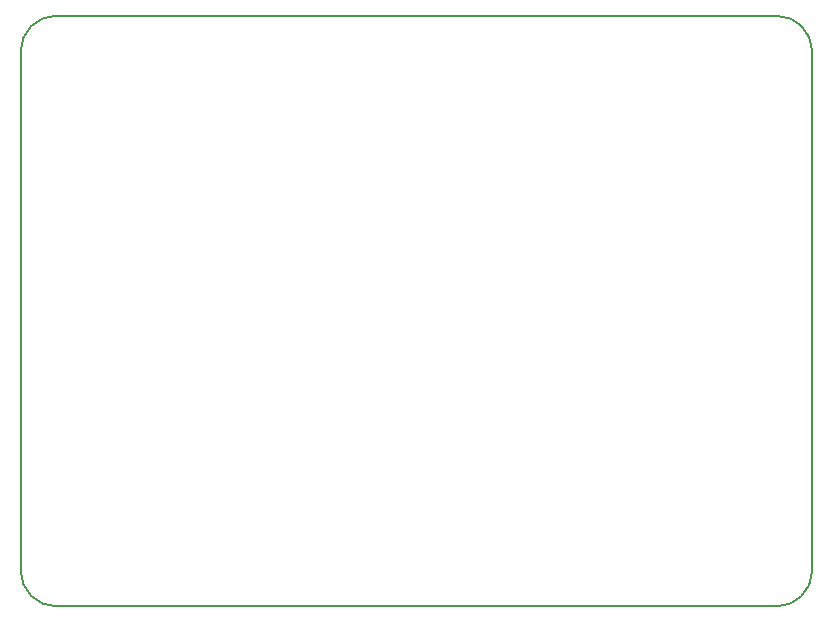
<source format=gbr>
G04 #@! TF.GenerationSoftware,KiCad,Pcbnew,(5.1.2)-1*
G04 #@! TF.CreationDate,2019-06-29T05:03:23+09:00*
G04 #@! TF.ProjectId,stm32f4_board_test,73746d33-3266-4345-9f62-6f6172645f74,rev?*
G04 #@! TF.SameCoordinates,Original*
G04 #@! TF.FileFunction,Profile,NP*
%FSLAX46Y46*%
G04 Gerber Fmt 4.6, Leading zero omitted, Abs format (unit mm)*
G04 Created by KiCad (PCBNEW (5.1.2)-1) date 2019-06-29 05:03:23*
%MOMM*%
%LPD*%
G04 APERTURE LIST*
%ADD10C,0.150000*%
G04 APERTURE END LIST*
D10*
X67000000Y-3000000D02*
X67000000Y-47000000D01*
X3000000Y0D02*
X64000000Y0D01*
X0Y-47000000D02*
X0Y-3000000D01*
X64000000Y-50000000D02*
X3000000Y-50000000D01*
X3000000Y0D02*
G75*
G03X0Y-3000000I0J-3000000D01*
G01*
X0Y-47000000D02*
G75*
G03X3000000Y-50000000I3000000J0D01*
G01*
X64000000Y-50000000D02*
G75*
G03X67000000Y-47000000I0J3000000D01*
G01*
X67000000Y-3000000D02*
G75*
G03X64000000Y0I-3000000J0D01*
G01*
M02*

</source>
